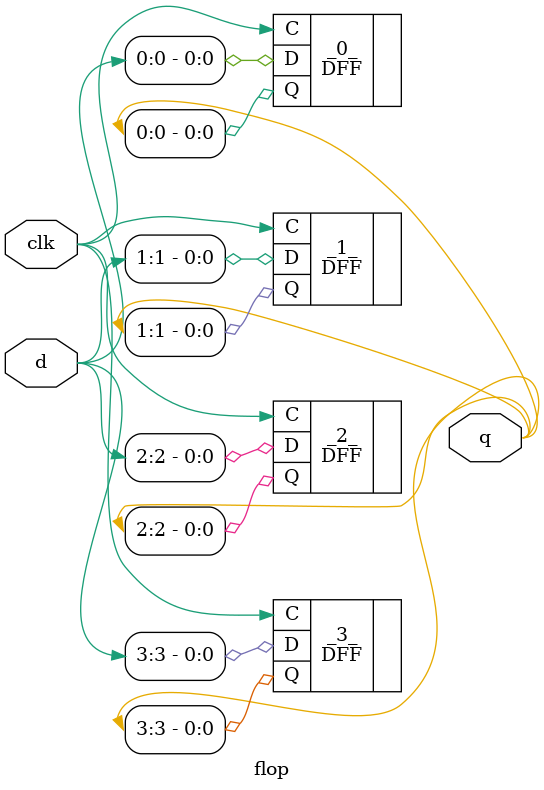
<source format=v>
/* Generated by Yosys 0.38+92 (git sha1 84116c9a3, x86_64-conda-linux-gnu-cc 11.2.0 -fvisibility-inlines-hidden -fmessage-length=0 -march=nocona -mtune=haswell -ftree-vectorize -fPIC -fstack-protector-strong -fno-plt -O2 -ffunction-sections -fdebug-prefix-map=/root/conda-eda/conda-eda/workdir/conda-env/conda-bld/yosys_1708682804602/work=/usr/local/src/conda/yosys-0.38_93_g84116c9a3 -fdebug-prefix-map=/content/conda-env=/usr/local/src/conda-prefix -fPIC -Os -fno-merge-constants) */

(* top =  1  *)
(* src = "/content/ffd.v:1.1-6.10" *)
module flop(clk, d, q);
  (* src = "/content/ffd.v:1.19-1.22" *)
  input clk;
  wire clk;
  (* src = "/content/ffd.v:2.13-2.14" *)
  input [3:0] d;
  wire [3:0] d;
  (* src = "/content/ffd.v:3.18-3.19" *)
  output [3:0] q;
  wire [3:0] q;
  (* src = "/content/ffd.v:4.1-5.8" *)
  DFF _0_ (
    .C(clk),
    .D(d[0]),
    .Q(q[0])
  );
  (* src = "/content/ffd.v:4.1-5.8" *)
  DFF _1_ (
    .C(clk),
    .D(d[1]),
    .Q(q[1])
  );
  (* src = "/content/ffd.v:4.1-5.8" *)
  DFF _2_ (
    .C(clk),
    .D(d[2]),
    .Q(q[2])
  );
  (* src = "/content/ffd.v:4.1-5.8" *)
  DFF _3_ (
    .C(clk),
    .D(d[3]),
    .Q(q[3])
  );
endmodule

</source>
